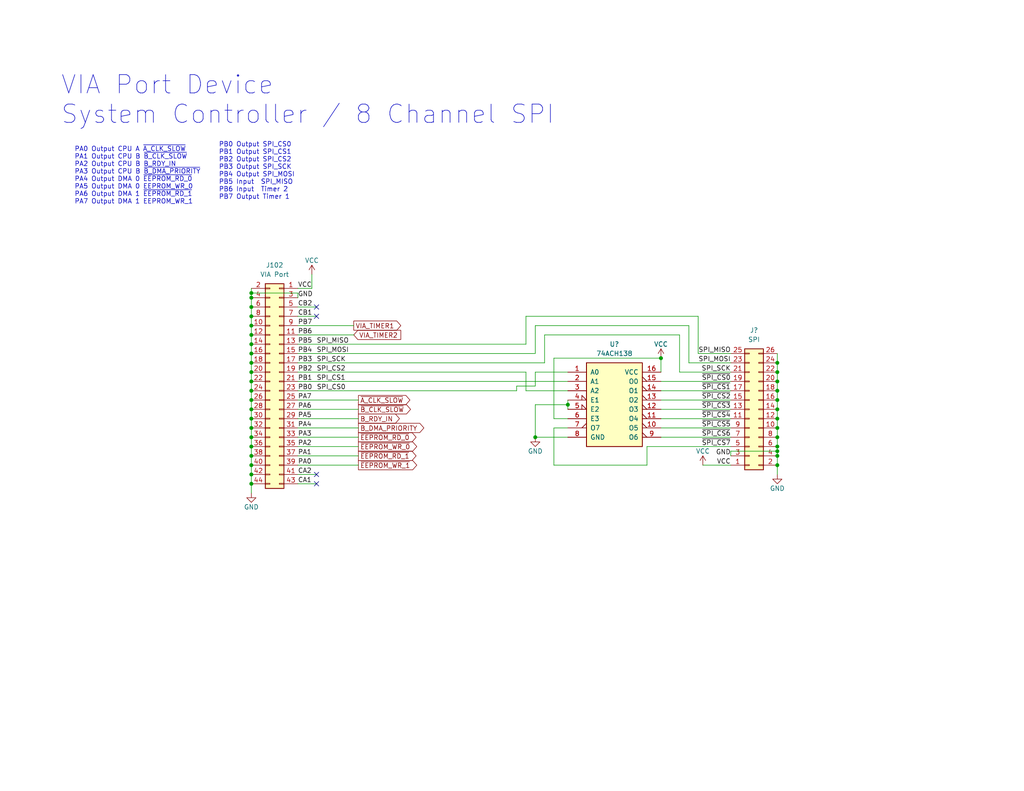
<source format=kicad_sch>
(kicad_sch (version 20211123) (generator eeschema)
  (paper "A")
  (lib_symbols
    (symbol "Connector_Generic:Conn_02x13_Odd_Even" (pin_names (offset 1.016) hide)
      (property "Reference" "J" (at 1.27 17.78 0))
      (property "Value" "Conn_02x13_Odd_Even" (at 1.27 -17.78 0))
      (symbol "Conn_02x13_Odd_Even_1_1"
        (rectangle (start -1.27 -15.113) (end 0 -15.367) (stroke (width 0.1524)))
        (rectangle (start -1.27 -12.573) (end 0 -12.827) (stroke (width 0.1524)))
        (rectangle (start -1.27 -10.033) (end 0 -10.287) (stroke (width 0.1524)))
        (rectangle (start -1.27 -7.493) (end 0 -7.747) (stroke (width 0.1524)))
        (rectangle (start -1.27 -4.953) (end 0 -5.207) (stroke (width 0.1524)))
        (rectangle (start -1.27 -2.413) (end 0 -2.667) (stroke (width 0.1524)))
        (rectangle (start -1.27 0.127) (end 0 -0.127) (stroke (width 0.1524)))
        (rectangle (start -1.27 2.667) (end 0 2.413) (stroke (width 0.1524)))
        (rectangle (start -1.27 5.207) (end 0 4.953) (stroke (width 0.1524)))
        (rectangle (start -1.27 7.747) (end 0 7.493) (stroke (width 0.1524)))
        (rectangle (start -1.27 10.287) (end 0 10.033) (stroke (width 0.1524)))
        (rectangle (start -1.27 12.827) (end 0 12.573) (stroke (width 0.1524)))
        (rectangle (start -1.27 15.367) (end 0 15.113) (stroke (width 0.1524)))
        (rectangle (start -1.27 16.51) (end 3.81 -16.51) (stroke (width 0.254)) (fill (type background)))
        (rectangle (start 3.81 -15.113) (end 2.54 -15.367) (stroke (width 0.1524)))
        (rectangle (start 3.81 -12.573) (end 2.54 -12.827) (stroke (width 0.1524)))
        (rectangle (start 3.81 -10.033) (end 2.54 -10.287) (stroke (width 0.1524)))
        (rectangle (start 3.81 -7.493) (end 2.54 -7.747) (stroke (width 0.1524)))
        (rectangle (start 3.81 -4.953) (end 2.54 -5.207) (stroke (width 0.1524)))
        (rectangle (start 3.81 -2.413) (end 2.54 -2.667) (stroke (width 0.1524)))
        (rectangle (start 3.81 0.127) (end 2.54 -0.127) (stroke (width 0.1524)))
        (rectangle (start 3.81 2.667) (end 2.54 2.413) (stroke (width 0.1524)))
        (rectangle (start 3.81 5.207) (end 2.54 4.953) (stroke (width 0.1524)))
        (rectangle (start 3.81 7.747) (end 2.54 7.493) (stroke (width 0.1524)))
        (rectangle (start 3.81 10.287) (end 2.54 10.033) (stroke (width 0.1524)))
        (rectangle (start 3.81 12.827) (end 2.54 12.573) (stroke (width 0.1524)))
        (rectangle (start 3.81 15.367) (end 2.54 15.113) (stroke (width 0.1524)))
        (pin passive line (at -5.08 15.24 0) (length 3.81) (name "Pin_1") (number "1"))
        (pin passive line (at 7.62 5.08 180) (length 3.81) (name "Pin_10") (number "10"))
        (pin passive line (at -5.08 2.54 0) (length 3.81) (name "Pin_11") (number "11"))
        (pin passive line (at 7.62 2.54 180) (length 3.81) (name "Pin_12") (number "12"))
        (pin passive line (at -5.08 0 0) (length 3.81) (name "Pin_13") (number "13"))
        (pin passive line (at 7.62 0 180) (length 3.81) (name "Pin_14") (number "14"))
        (pin passive line (at -5.08 -2.54 0) (length 3.81) (name "Pin_15") (number "15"))
        (pin passive line (at 7.62 -2.54 180) (length 3.81) (name "Pin_16") (number "16"))
        (pin passive line (at -5.08 -5.08 0) (length 3.81) (name "Pin_17") (number "17"))
        (pin passive line (at 7.62 -5.08 180) (length 3.81) (name "Pin_18") (number "18"))
        (pin passive line (at -5.08 -7.62 0) (length 3.81) (name "Pin_19") (number "19"))
        (pin passive line (at 7.62 15.24 180) (length 3.81) (name "Pin_2") (number "2"))
        (pin passive line (at 7.62 -7.62 180) (length 3.81) (name "Pin_20") (number "20"))
        (pin passive line (at -5.08 -10.16 0) (length 3.81) (name "Pin_21") (number "21"))
        (pin passive line (at 7.62 -10.16 180) (length 3.81) (name "Pin_22") (number "22"))
        (pin passive line (at -5.08 -12.7 0) (length 3.81) (name "Pin_23") (number "23"))
        (pin passive line (at 7.62 -12.7 180) (length 3.81) (name "Pin_24") (number "24"))
        (pin passive line (at -5.08 -15.24 0) (length 3.81) (name "Pin_25") (number "25"))
        (pin passive line (at 7.62 -15.24 180) (length 3.81) (name "Pin_26") (number "26"))
        (pin passive line (at -5.08 12.7 0) (length 3.81) (name "Pin_3") (number "3"))
        (pin passive line (at 7.62 12.7 180) (length 3.81) (name "Pin_4") (number "4"))
        (pin passive line (at -5.08 10.16 0) (length 3.81) (name "Pin_5") (number "5"))
        (pin passive line (at 7.62 10.16 180) (length 3.81) (name "Pin_6") (number "6"))
        (pin passive line (at -5.08 7.62 0) (length 3.81) (name "Pin_7") (number "7"))
        (pin passive line (at 7.62 7.62 180) (length 3.81) (name "Pin_8") (number "8"))
        (pin passive line (at -5.08 5.08 0) (length 3.81) (name "Pin_9") (number "9"))
      )
    )
    (symbol "Connector_Generic:Conn_02x22_Odd_Even" (pin_names (offset 1.016) hide)
      (property "Reference" "J" (at 1.27 27.94 0))
      (property "Value" "Conn_02x22_Odd_Even" (at 1.27 -30.48 0))
      (symbol "Conn_02x22_Odd_Even_1_1"
        (rectangle (start -1.27 -27.813) (end 0 -28.067) (stroke (width 0.1524)))
        (rectangle (start -1.27 -25.273) (end 0 -25.527) (stroke (width 0.1524)))
        (rectangle (start -1.27 -22.733) (end 0 -22.987) (stroke (width 0.1524)))
        (rectangle (start -1.27 -20.193) (end 0 -20.447) (stroke (width 0.1524)))
        (rectangle (start -1.27 -17.653) (end 0 -17.907) (stroke (width 0.1524)))
        (rectangle (start -1.27 -15.113) (end 0 -15.367) (stroke (width 0.1524)))
        (rectangle (start -1.27 -12.573) (end 0 -12.827) (stroke (width 0.1524)))
        (rectangle (start -1.27 -10.033) (end 0 -10.287) (stroke (width 0.1524)))
        (rectangle (start -1.27 -7.493) (end 0 -7.747) (stroke (width 0.1524)))
        (rectangle (start -1.27 -4.953) (end 0 -5.207) (stroke (width 0.1524)))
        (rectangle (start -1.27 -2.413) (end 0 -2.667) (stroke (width 0.1524)))
        (rectangle (start -1.27 0.127) (end 0 -0.127) (stroke (width 0.1524)))
        (rectangle (start -1.27 2.667) (end 0 2.413) (stroke (width 0.1524)))
        (rectangle (start -1.27 5.207) (end 0 4.953) (stroke (width 0.1524)))
        (rectangle (start -1.27 7.747) (end 0 7.493) (stroke (width 0.1524)))
        (rectangle (start -1.27 10.287) (end 0 10.033) (stroke (width 0.1524)))
        (rectangle (start -1.27 12.827) (end 0 12.573) (stroke (width 0.1524)))
        (rectangle (start -1.27 15.367) (end 0 15.113) (stroke (width 0.1524)))
        (rectangle (start -1.27 17.907) (end 0 17.653) (stroke (width 0.1524)))
        (rectangle (start -1.27 20.447) (end 0 20.193) (stroke (width 0.1524)))
        (rectangle (start -1.27 22.987) (end 0 22.733) (stroke (width 0.1524)))
        (rectangle (start -1.27 25.527) (end 0 25.273) (stroke (width 0.1524)))
        (rectangle (start -1.27 26.67) (end 3.81 -29.21) (stroke (width 0.254)) (fill (type background)))
        (rectangle (start 3.81 -27.813) (end 2.54 -28.067) (stroke (width 0.1524)))
        (rectangle (start 3.81 -25.273) (end 2.54 -25.527) (stroke (width 0.1524)))
        (rectangle (start 3.81 -22.733) (end 2.54 -22.987) (stroke (width 0.1524)))
        (rectangle (start 3.81 -20.193) (end 2.54 -20.447) (stroke (width 0.1524)))
        (rectangle (start 3.81 -17.653) (end 2.54 -17.907) (stroke (width 0.1524)))
        (rectangle (start 3.81 -15.113) (end 2.54 -15.367) (stroke (width 0.1524)))
        (rectangle (start 3.81 -12.573) (end 2.54 -12.827) (stroke (width 0.1524)))
        (rectangle (start 3.81 -10.033) (end 2.54 -10.287) (stroke (width 0.1524)))
        (rectangle (start 3.81 -7.493) (end 2.54 -7.747) (stroke (width 0.1524)))
        (rectangle (start 3.81 -4.953) (end 2.54 -5.207) (stroke (width 0.1524)))
        (rectangle (start 3.81 -2.413) (end 2.54 -2.667) (stroke (width 0.1524)))
        (rectangle (start 3.81 0.127) (end 2.54 -0.127) (stroke (width 0.1524)))
        (rectangle (start 3.81 2.667) (end 2.54 2.413) (stroke (width 0.1524)))
        (rectangle (start 3.81 5.207) (end 2.54 4.953) (stroke (width 0.1524)))
        (rectangle (start 3.81 7.747) (end 2.54 7.493) (stroke (width 0.1524)))
        (rectangle (start 3.81 10.287) (end 2.54 10.033) (stroke (width 0.1524)))
        (rectangle (start 3.81 12.827) (end 2.54 12.573) (stroke (width 0.1524)))
        (rectangle (start 3.81 15.367) (end 2.54 15.113) (stroke (width 0.1524)))
        (rectangle (start 3.81 17.907) (end 2.54 17.653) (stroke (width 0.1524)))
        (rectangle (start 3.81 20.447) (end 2.54 20.193) (stroke (width 0.1524)))
        (rectangle (start 3.81 22.987) (end 2.54 22.733) (stroke (width 0.1524)))
        (rectangle (start 3.81 25.527) (end 2.54 25.273) (stroke (width 0.1524)))
        (pin passive line (at -5.08 25.4 0) (length 3.81) (name "Pin_1") (number "1"))
        (pin passive line (at 7.62 15.24 180) (length 3.81) (name "Pin_10") (number "10"))
        (pin passive line (at -5.08 12.7 0) (length 3.81) (name "Pin_11") (number "11"))
        (pin passive line (at 7.62 12.7 180) (length 3.81) (name "Pin_12") (number "12"))
        (pin passive line (at -5.08 10.16 0) (length 3.81) (name "Pin_13") (number "13"))
        (pin passive line (at 7.62 10.16 180) (length 3.81) (name "Pin_14") (number "14"))
        (pin passive line (at -5.08 7.62 0) (length 3.81) (name "Pin_15") (number "15"))
        (pin passive line (at 7.62 7.62 180) (length 3.81) (name "Pin_16") (number "16"))
        (pin passive line (at -5.08 5.08 0) (length 3.81) (name "Pin_17") (number "17"))
        (pin passive line (at 7.62 5.08 180) (length 3.81) (name "Pin_18") (number "18"))
        (pin passive line (at -5.08 2.54 0) (length 3.81) (name "Pin_19") (number "19"))
        (pin passive line (at 7.62 25.4 180) (length 3.81) (name "Pin_2") (number "2"))
        (pin passive line (at 7.62 2.54 180) (length 3.81) (name "Pin_20") (number "20"))
        (pin passive line (at -5.08 0 0) (length 3.81) (name "Pin_21") (number "21"))
        (pin passive line (at 7.62 0 180) (length 3.81) (name "Pin_22") (number "22"))
        (pin passive line (at -5.08 -2.54 0) (length 3.81) (name "Pin_23") (number "23"))
        (pin passive line (at 7.62 -2.54 180) (length 3.81) (name "Pin_24") (number "24"))
        (pin passive line (at -5.08 -5.08 0) (length 3.81) (name "Pin_25") (number "25"))
        (pin passive line (at 7.62 -5.08 180) (length 3.81) (name "Pin_26") (number "26"))
        (pin passive line (at -5.08 -7.62 0) (length 3.81) (name "Pin_27") (number "27"))
        (pin passive line (at 7.62 -7.62 180) (length 3.81) (name "Pin_28") (number "28"))
        (pin passive line (at -5.08 -10.16 0) (length 3.81) (name "Pin_29") (number "29"))
        (pin passive line (at -5.08 22.86 0) (length 3.81) (name "Pin_3") (number "3"))
        (pin passive line (at 7.62 -10.16 180) (length 3.81) (name "Pin_30") (number "30"))
        (pin passive line (at -5.08 -12.7 0) (length 3.81) (name "Pin_31") (number "31"))
        (pin passive line (at 7.62 -12.7 180) (length 3.81) (name "Pin_32") (number "32"))
        (pin passive line (at -5.08 -15.24 0) (length 3.81) (name "Pin_33") (number "33"))
        (pin passive line (at 7.62 -15.24 180) (length 3.81) (name "Pin_34") (number "34"))
        (pin passive line (at -5.08 -17.78 0) (length 3.81) (name "Pin_35") (number "35"))
        (pin passive line (at 7.62 -17.78 180) (length 3.81) (name "Pin_36") (number "36"))
        (pin passive line (at -5.08 -20.32 0) (length 3.81) (name "Pin_37") (number "37"))
        (pin passive line (at 7.62 -20.32 180) (length 3.81) (name "Pin_38") (number "38"))
        (pin passive line (at -5.08 -22.86 0) (length 3.81) (name "Pin_39") (number "39"))
        (pin passive line (at 7.62 22.86 180) (length 3.81) (name "Pin_4") (number "4"))
        (pin passive line (at 7.62 -22.86 180) (length 3.81) (name "Pin_40") (number "40"))
        (pin passive line (at -5.08 -25.4 0) (length 3.81) (name "Pin_41") (number "41"))
        (pin passive line (at 7.62 -25.4 180) (length 3.81) (name "Pin_42") (number "42"))
        (pin passive line (at -5.08 -27.94 0) (length 3.81) (name "Pin_43") (number "43"))
        (pin passive line (at 7.62 -27.94 180) (length 3.81) (name "Pin_44") (number "44"))
        (pin passive line (at -5.08 20.32 0) (length 3.81) (name "Pin_5") (number "5"))
        (pin passive line (at 7.62 20.32 180) (length 3.81) (name "Pin_6") (number "6"))
        (pin passive line (at -5.08 17.78 0) (length 3.81) (name "Pin_7") (number "7"))
        (pin passive line (at 7.62 17.78 180) (length 3.81) (name "Pin_8") (number "8"))
        (pin passive line (at -5.08 15.24 0) (length 3.81) (name "Pin_9") (number "9"))
      )
    )
    (symbol "GND_2" (power) (pin_names (offset 0))
      (property "Value" "GND_2" (at 0 -3.81 0))
      (symbol "GND_2_0_1"
        (polyline (pts (xy 0 0) (xy 0 -1.27) (xy 1.27 -1.27) (xy 0 -2.54) (xy -1.27 -1.27) (xy 0 -1.27)))
      )
      (symbol "GND_2_1_1"
        (pin power_in line (at 0 0 270) (length 0) hide (name "GND") (number "1"))
      )
    )
    (symbol "Vega816:74ACH138" (pin_names (offset 1.016))
      (property "Reference" "U" (at -1.27 0 0))
      (property "Value" "74ACH138" (at 0 8.89 0))
      (symbol "74ACH138_1_0"
        (pin input line (at -12.7 7.62 0) (length 5.08) (name "A0") (number "1"))
        (pin output output_low (at 12.7 -7.62 180) (length 5.08) (name "O5") (number "10"))
        (pin output output_low (at 12.7 -5.08 180) (length 5.08) (name "O4") (number "11"))
        (pin output output_low (at 12.7 -2.54 180) (length 5.08) (name "O3") (number "12"))
        (pin output output_low (at 12.7 0 180) (length 5.08) (name "O2") (number "13"))
        (pin output output_low (at 12.7 2.54 180) (length 5.08) (name "O1") (number "14"))
        (pin output output_low (at 12.7 5.08 180) (length 5.08) (name "O0") (number "15"))
        (pin power_in line (at 12.7 7.62 180) (length 5.08) (name "VCC") (number "16"))
        (pin input line (at -12.7 5.08 0) (length 5.08) (name "A1") (number "2"))
        (pin input line (at -12.7 2.54 0) (length 5.08) (name "A2") (number "3"))
        (pin input input_low (at -12.7 0 0) (length 5.08) (name "E1") (number "4"))
        (pin input input_low (at -12.7 -2.54 0) (length 5.08) (name "E2") (number "5"))
        (pin input line (at -12.7 -5.08 0) (length 5.08) (name "E3") (number "6"))
        (pin output output_low (at -12.7 -7.62 0) (length 5.08) (name "O7") (number "7"))
        (pin power_in line (at -12.7 -10.16 0) (length 5.08) (name "GND") (number "8"))
        (pin output output_low (at 12.7 -10.16 180) (length 5.08) (name "O6") (number "9"))
      )
      (symbol "74ACH138_1_1"
        (rectangle (start -7.62 10.16) (end 7.62 -12.7) (stroke (width 0.254)) (fill (type background)))
      )
    )
    (symbol "power:VCC" (power) (pin_names (offset 0))
      (property "Value" "VCC" (at 0 3.81 0))
      (symbol "VCC_0_1"
        (polyline (pts (xy -0.762 1.27) (xy 0 2.54)))
        (polyline (pts (xy 0 0) (xy 0 2.54)))
        (polyline (pts (xy 0 2.54) (xy 0.762 1.27)))
      )
      (symbol "VCC_1_1"
        (pin power_in line (at 0 0 90) (length 0) hide (name "VCC") (number "1"))
      )
    )
  )
  (junction (at 212.09 99.06))
  (junction (at 68.58 116.84))
  (junction (at 68.58 124.46))
  (junction (at 68.58 129.54))
  (junction (at 212.09 121.92))
  (junction (at 68.58 83.82))
  (junction (at 68.58 114.3))
  (junction (at 212.09 109.22))
  (junction (at 154.94 110.49))
  (junction (at 212.09 116.84))
  (junction (at 212.09 104.14))
  (junction (at 68.58 109.22))
  (junction (at 68.58 104.14))
  (junction (at 68.58 111.76))
  (junction (at 68.58 96.52))
  (junction (at 68.58 99.06))
  (junction (at 146.05 119.38))
  (junction (at 212.09 119.38))
  (junction (at 180.34 97.79))
  (junction (at 68.58 81.28))
  (junction (at 68.58 121.92))
  (junction (at 212.09 101.6))
  (junction (at 68.58 91.44))
  (junction (at 212.09 114.3))
  (junction (at 68.58 127))
  (junction (at 68.58 106.68))
  (junction (at 212.09 127))
  (junction (at 68.58 101.6))
  (junction (at 68.58 93.98))
  (junction (at 68.58 88.9))
  (junction (at 68.58 132.08))
  (junction (at 212.09 123.19))
  (junction (at 212.09 124.46))
  (junction (at 68.58 80.01))
  (junction (at 212.09 106.68))
  (junction (at 212.09 111.76))
  (junction (at 68.58 86.36))
  (junction (at 68.58 119.38))
  (no_connect (at 86.36 129.54))
  (no_connect (at 86.36 132.08))
  (no_connect (at 86.36 83.82))
  (no_connect (at 86.36 86.36))
  (wire (pts (xy 68.58 83.82) (xy 68.58 86.36)))
  (wire (pts (xy 212.09 114.3) (xy 212.09 116.84)))
  (wire (pts (xy 212.09 119.38) (xy 212.09 121.92)))
  (wire (pts (xy 212.09 121.92) (xy 212.09 123.19)))
  (wire (pts (xy 81.28 114.3) (xy 97.79 114.3)))
  (wire (pts (xy 212.09 123.19) (xy 212.09 124.46)))
  (wire (pts (xy 180.34 119.38) (xy 199.39 119.38)))
  (wire (pts (xy 151.13 116.84) (xy 151.13 127)))
  (wire (pts (xy 180.34 111.76) (xy 199.39 111.76)))
  (wire (pts (xy 81.28 93.98) (xy 143.51 93.98)))
  (wire (pts (xy 148.59 99.06) (xy 81.28 99.06)))
  (wire (pts (xy 212.09 101.6) (xy 212.09 104.14)))
  (wire (pts (xy 212.09 104.14) (xy 212.09 106.68)))
  (wire (pts (xy 212.09 124.46) (xy 212.09 127)))
  (wire (pts (xy 68.58 86.36) (xy 68.58 88.9)))
  (wire (pts (xy 212.09 116.84) (xy 212.09 119.38)))
  (wire (pts (xy 81.28 104.14) (xy 154.94 104.14)))
  (wire (pts (xy 81.28 91.44) (xy 96.52 91.44)))
  (wire (pts (xy 154.94 109.22) (xy 154.94 110.49)))
  (wire (pts (xy 190.5 86.36) (xy 143.51 86.36)))
  (wire (pts (xy 81.28 127) (xy 97.79 127)))
  (wire (pts (xy 81.28 124.46) (xy 97.79 124.46)))
  (wire (pts (xy 143.51 101.6) (xy 81.28 101.6)))
  (wire (pts (xy 212.09 127) (xy 212.09 129.54)))
  (wire (pts (xy 154.94 101.6) (xy 146.05 101.6)))
  (wire (pts (xy 154.94 119.38) (xy 146.05 119.38)))
  (wire (pts (xy 199.39 124.46) (xy 199.39 123.19)))
  (wire (pts (xy 212.09 109.22) (xy 212.09 111.76)))
  (wire (pts (xy 81.28 81.28) (xy 81.28 80.01)))
  (wire (pts (xy 185.42 101.6) (xy 185.42 91.44)))
  (wire (pts (xy 68.58 106.68) (xy 68.58 109.22)))
  (wire (pts (xy 81.28 88.9) (xy 96.52 88.9)))
  (wire (pts (xy 140.97 106.68) (xy 81.28 106.68)))
  (wire (pts (xy 146.05 119.38) (xy 146.05 110.49)))
  (wire (pts (xy 143.51 86.36) (xy 143.51 93.98)))
  (wire (pts (xy 143.51 106.68) (xy 143.51 101.6)))
  (wire (pts (xy 68.58 129.54) (xy 68.58 132.08)))
  (wire (pts (xy 68.58 116.84) (xy 68.58 119.38)))
  (wire (pts (xy 68.58 78.74) (xy 68.58 80.01)))
  (wire (pts (xy 146.05 105.41) (xy 140.97 105.41)))
  (wire (pts (xy 81.28 111.76) (xy 97.79 111.76)))
  (wire (pts (xy 68.58 111.76) (xy 68.58 114.3)))
  (wire (pts (xy 68.58 99.06) (xy 68.58 101.6)))
  (wire (pts (xy 86.36 83.82) (xy 81.28 83.82)))
  (wire (pts (xy 81.28 116.84) (xy 97.79 116.84)))
  (wire (pts (xy 68.58 124.46) (xy 68.58 127)))
  (wire (pts (xy 81.28 109.22) (xy 97.79 109.22)))
  (wire (pts (xy 154.94 114.3) (xy 151.13 114.3)))
  (wire (pts (xy 154.94 110.49) (xy 154.94 111.76)))
  (wire (pts (xy 180.34 116.84) (xy 199.39 116.84)))
  (wire (pts (xy 148.59 91.44) (xy 148.59 99.06)))
  (wire (pts (xy 146.05 101.6) (xy 146.05 105.41)))
  (wire (pts (xy 68.58 93.98) (xy 68.58 96.52)))
  (wire (pts (xy 187.96 99.06) (xy 187.96 88.9)))
  (wire (pts (xy 68.58 114.3) (xy 68.58 116.84)))
  (wire (pts (xy 85.09 78.74) (xy 81.28 78.74)))
  (wire (pts (xy 151.13 114.3) (xy 151.13 97.79)))
  (wire (pts (xy 212.09 111.76) (xy 212.09 114.3)))
  (wire (pts (xy 68.58 91.44) (xy 68.58 93.98)))
  (wire (pts (xy 191.77 127) (xy 199.39 127)))
  (wire (pts (xy 199.39 101.6) (xy 185.42 101.6)))
  (wire (pts (xy 81.28 119.38) (xy 97.79 119.38)))
  (wire (pts (xy 180.34 106.68) (xy 199.39 106.68)))
  (wire (pts (xy 68.58 119.38) (xy 68.58 121.92)))
  (wire (pts (xy 81.28 80.01) (xy 68.58 80.01)))
  (wire (pts (xy 146.05 110.49) (xy 154.94 110.49)))
  (wire (pts (xy 212.09 96.52) (xy 212.09 99.06)))
  (wire (pts (xy 68.58 96.52) (xy 68.58 99.06)))
  (wire (pts (xy 190.5 96.52) (xy 190.5 86.36)))
  (wire (pts (xy 212.09 106.68) (xy 212.09 109.22)))
  (wire (pts (xy 199.39 99.06) (xy 187.96 99.06)))
  (wire (pts (xy 68.58 104.14) (xy 68.58 106.68)))
  (wire (pts (xy 187.96 88.9) (xy 146.05 88.9)))
  (wire (pts (xy 199.39 96.52) (xy 190.5 96.52)))
  (wire (pts (xy 146.05 88.9) (xy 146.05 96.52)))
  (wire (pts (xy 68.58 80.01) (xy 68.58 81.28)))
  (wire (pts (xy 146.05 96.52) (xy 81.28 96.52)))
  (wire (pts (xy 185.42 91.44) (xy 148.59 91.44)))
  (wire (pts (xy 151.13 127) (xy 176.53 127)))
  (wire (pts (xy 86.36 86.36) (xy 81.28 86.36)))
  (wire (pts (xy 176.53 121.92) (xy 199.39 121.92)))
  (wire (pts (xy 68.58 109.22) (xy 68.58 111.76)))
  (wire (pts (xy 212.09 99.06) (xy 212.09 101.6)))
  (wire (pts (xy 180.34 109.22) (xy 199.39 109.22)))
  (wire (pts (xy 68.58 127) (xy 68.58 129.54)))
  (wire (pts (xy 180.34 114.3) (xy 199.39 114.3)))
  (wire (pts (xy 86.36 132.08) (xy 81.28 132.08)))
  (wire (pts (xy 68.58 121.92) (xy 68.58 124.46)))
  (wire (pts (xy 180.34 97.79) (xy 180.34 101.6)))
  (wire (pts (xy 154.94 116.84) (xy 151.13 116.84)))
  (wire (pts (xy 68.58 132.08) (xy 68.58 134.62)))
  (wire (pts (xy 199.39 123.19) (xy 212.09 123.19)))
  (wire (pts (xy 176.53 127) (xy 176.53 121.92)))
  (wire (pts (xy 81.28 121.92) (xy 97.79 121.92)))
  (wire (pts (xy 68.58 101.6) (xy 68.58 104.14)))
  (wire (pts (xy 86.36 129.54) (xy 81.28 129.54)))
  (wire (pts (xy 68.58 88.9) (xy 68.58 91.44)))
  (wire (pts (xy 140.97 105.41) (xy 140.97 106.68)))
  (wire (pts (xy 180.34 104.14) (xy 199.39 104.14)))
  (wire (pts (xy 85.09 74.93) (xy 85.09 78.74)))
  (wire (pts (xy 154.94 106.68) (xy 143.51 106.68)))
  (wire (pts (xy 151.13 97.79) (xy 180.34 97.79)))
  (wire (pts (xy 68.58 81.28) (xy 68.58 83.82)))
  (text "PB0 Output SPI_CS0\nPB1 Output SPI_CS1\nPB2 Output SPI_CS2\nPB3 Output SPI_SCK\nPB4 Output SPI_MOSI\nPB5 Input  SPI_MISO\nPB6 Input  Timer 2\nPB7 Output Timer 1\n" (at 59.69 54.61 0) (effects (font (size 1.27 1.27)) (justify left bottom)))
  (text "PA0 Output CPU A ~{A_CLK_SLOW} \nPA1 Output CPU B ~{B_CLK_SLOW} \nPA2 Output CPU B B_RDY_IN\nPA3 Output CPU B ~{B_DMA_PRIORITY}\nPA4 Output DMA 0 ~{EEPROM_RD_0}\nPA5 Output DMA 0 EEPROM_WR_0\nPA6 Output DMA 1 ~{EEPROM_RD_1}\nPA7 Output DMA 1 EEPROM_WR_1\n" (at 20.32 55.88 0) (effects (font (size 1.27 1.27)) (justify left bottom)))
  (text "VIA Port Device\nSystem Controller / 8 Channel SPI" (at 16.51 34.29 0) (effects (font (size 5 5)) (justify left bottom)))
  (label "SPI_SCK" (at 199.39 101.6 180))
  (label "PB0" (at 81.28 106.68 0))
  (label "SPI_CS1" (at 86.36 104.14 0))
  (label "SPI_MOSI" (at 86.36 96.52 0))
  (label "CB2" (at 81.28 83.82 0))
  (label "~{SPI_CS2}" (at 199.39 109.22 180))
  (label "CA1" (at 81.28 132.08 0))
  (label "SPI_MISO" (at 199.39 96.52 180))
  (label "GND" (at 81.28 81.28 0))
  (label "SPI_SCK" (at 86.36 99.06 0))
  (label "PB6" (at 81.28 91.44 0))
  (label "~{SPI_CS0}" (at 199.39 104.14 180))
  (label "SPI_CS2" (at 86.36 101.6 0))
  (label "PA4" (at 81.28 116.84 0))
  (label "~{SPI_CS6}" (at 199.39 119.38 180))
  (label "PB1" (at 81.28 104.14 0))
  (label "VCC" (at 199.39 127 180))
  (label "PA5" (at 81.28 114.3 0))
  (label "PA1" (at 81.28 124.46 0))
  (label "~{SPI_CS5}" (at 199.39 116.84 180))
  (label "PA3" (at 81.28 119.38 0))
  (label "PA7" (at 81.28 109.22 0))
  (label "~{SPI_CS4}" (at 199.39 114.3 180))
  (label "SPI_MOSI" (at 199.39 99.06 180))
  (label "VCC" (at 81.28 78.74 0))
  (label "SPI_CS0" (at 86.3953 106.68 0))
  (label "GND" (at 199.39 124.46 180))
  (label "PB3" (at 81.28 99.06 0))
  (label "CB1" (at 81.28 86.36 0))
  (label "~{SPI_CS7}" (at 199.39 121.92 180))
  (label "~{SPI_CS3}" (at 199.39 111.76 180))
  (label "PA0" (at 81.28 127 0))
  (label "PA2" (at 81.28 121.92 0))
  (label "PB7" (at 81.28 88.9 0))
  (label "~{SPI_CS1}" (at 199.39 106.68 180))
  (label "PA6" (at 81.28 111.76 0))
  (label "CA2" (at 81.28 129.54 0))
  (label "PB2" (at 81.28 101.6 0))
  (label "PB5" (at 81.28 93.98 0))
  (label "SPI_MISO" (at 86.36 93.98 0))
  (label "PB4" (at 81.28 96.52 0))
  (global_label "B_DMA_PRIORITY" (shape output) (at 97.79 116.84 0) (property "Intersheet References" "${INTERSHEET_REFS}" (effects hide)))
  (global_label "~{EEPROM_RD_0}" (shape output) (at 97.79 119.38 0) (property "Intersheet References" "${INTERSHEET_REFS}" (effects hide)))
  (global_label "VIA_TIMER2" (shape input) (at 96.52 91.44 0) (property "Intersheet References" "${INTERSHEET_REFS}" (effects hide)))
  (global_label "~{B_CLK_SLOW}" (shape output) (at 97.79 111.76 0) (property "Intersheet References" "${INTERSHEET_REFS}" (effects hide)))
  (global_label "~{A_CLK_SLOW}" (shape output) (at 97.79 109.22 0) (property "Intersheet References" "${INTERSHEET_REFS}" (effects hide)))
  (global_label "~{EEPROM_RD_1}" (shape output) (at 97.79 124.46 0) (property "Intersheet References" "${INTERSHEET_REFS}" (effects hide)))
  (global_label "B_RDY_IN" (shape output) (at 97.79 114.3 0) (property "Intersheet References" "${INTERSHEET_REFS}" (effects hide)))
  (global_label "~{EEPROM_WR_1}" (shape output) (at 97.79 127 0) (property "Intersheet References" "${INTERSHEET_REFS}" (effects hide)))
  (global_label "~{EEPROM_WR_0}" (shape output) (at 97.79 121.92 0) (property "Intersheet References" "${INTERSHEET_REFS}" (effects hide)))
  (global_label "VIA_TIMER1" (shape output) (at 96.52 88.9 0) (property "Intersheet References" "${INTERSHEET_REFS}" (effects hide)))
  (symbol (lib_id "Vega816:74ACH138") (at 167.64 109.22 0) (unit 1)
    (property "Reference" "U?" (at 167.64 93.98 0))
    (property "Value" "74ACH138" (at 167.64 96.52 0))
    (property "Datasheet" "https://www.diodes.com/assets/Datasheets/74AHC138.pdf" (effects hide))
  )
  (symbol (lib_name "GND_2") (lib_id "power:GND") (at 68.58 134.62 0) (unit 1)
    (property "Reference" "#PWR0218" (effects hide))
    (property "Value" "GND" (at 68.58 138.43 0))
  )
  (symbol (lib_id "power:VCC") (at 180.34 97.79 0) (unit 1)
    (property "Reference" "#PWR?" (effects hide))
    (property "Value" "VCC" (at 180.34 93.98 0))
  )
  (symbol (lib_name "GND_2") (lib_id "power:GND") (at 146.05 119.38 0) (unit 1)
    (property "Reference" "#PWR?" (effects hide))
    (property "Value" "GND" (at 146.05 123.19 0))
  )
  (symbol (lib_name "GND_2") (lib_id "power:GND") (at 212.09 129.54 0) (unit 1)
    (property "Reference" "#PWR?" (effects hide))
    (property "Value" "GND" (at 212.09 133.35 0))
  )
  (symbol (lib_id "Connector_Generic:Conn_02x22_Odd_Even") (at 76.2 104.14 0) (mirror y) (unit 1)
    (property "Reference" "J102" (at 74.93 72.39 0))
    (property "Value" "VIA Port" (at 74.93 74.93 0))
  )
  (symbol (lib_id "power:VCC") (at 85.09 74.93 0) (unit 1)
    (property "Reference" "#PWR0219" (effects hide))
    (property "Value" "VCC" (at 85.09 71.12 0))
  )
  (symbol (lib_id "power:VCC") (at 191.77 127 0) (unit 1)
    (property "Reference" "#PWR?" (effects hide))
    (property "Value" "VCC" (at 191.77 123.19 0))
  )
  (symbol (lib_id "Connector_Generic:Conn_02x13_Odd_Even") (at 204.47 111.76 0) (mirror x) (unit 1)
    (property "Reference" "J?" (at 205.74 90.17 0))
    (property "Value" "SPI" (at 205.74 92.71 0))
  )
)
</source>
